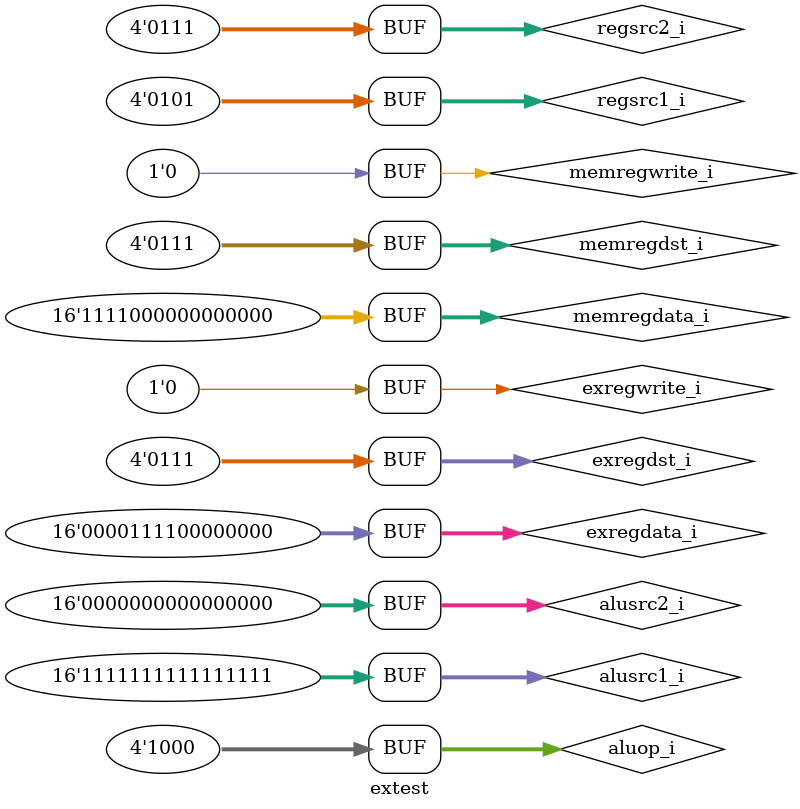
<source format=v>
`timescale 1ns / 1ps


module extest;

	// Inputs
	reg [3:0] aluop_i;
	reg [15:0] alusrc1_i;
	reg [15:0] alusrc2_i;
	reg [3:0] regsrc1_i;
	reg [3:0] regsrc2_i;
	reg [3:0] exregdst_i;
	reg exregwrite_i;
	reg [15:0] exregdata_i;
	reg [3:0] memregdst_i;
	reg memregwrite_i;
	reg [15:0] memregdata_i;

	// Outputs
	wire [15:0] alures_o;

	// Bidirs

	// Instantiate the Unit Under Test (UUT)
	ex uut (
		.aluop_i(aluop_i), 
		.alusrc1_i(alusrc1_i), 
		.alusrc2_i(alusrc2_i), 
		.regsrc1_i(regsrc1_i), 
		.regsrc2_i(regsrc2_i),
		.exregdst_i(exregdst_i), 
		.exregwrite_i(exregwrite_i), 
		.exregdata_i(exregdata_i), 
		.memregdst_i(memregdst_i), 
		.memregwrite_i(memregwrite_i), 
		.memregdata_i(memregdata_i), 
		.alures_o(alures_o)
	);

	initial begin
		// Initialize Inputs
		aluop_i = 0;
		alusrc1_i = 0;
		alusrc2_i = 0;
		regsrc1_i = 0;
		regsrc2_i = 0;
		exregdst_i = 0;
		exregwrite_i = 0;
		exregdata_i = 0;
		memregdst_i = 0;
		memregwrite_i = 0;
		memregdata_i = 0;

		// Wait 100 ns for global reset to finish
		#100;
        
		// Add stimulus here
		#5;
		aluop_i = 4'b0000;
		alusrc1_i = 16'hFFF1;
		alusrc2_i = 16'h001F;
		regsrc1_i = 4'b0101;
		regsrc2_i = 4'b0011;
		exregdst_i = 4'b0101;
		exregwrite_i = 1;
		exregdata_i = 16'hFFF0;
		memregdst_i = 4'b0011;
		memregwrite_i = 1;
		memregdata_i = 16'h000F;
		#5;
		aluop_i = 4'b1000;
		alusrc1_i = 16'hFFFF;
		alusrc2_i = 16'h0000;
		regsrc1_i = 4'b0101;
		regsrc2_i = 4'b0111;
		exregdst_i = 4'b0111;
		exregwrite_i = 0;
		exregdata_i = 16'h0F00;
		memregdst_i = 4'b0111;
		memregwrite_i = 0;
		memregdata_i = 16'hF000;
	end
      
endmodule


</source>
